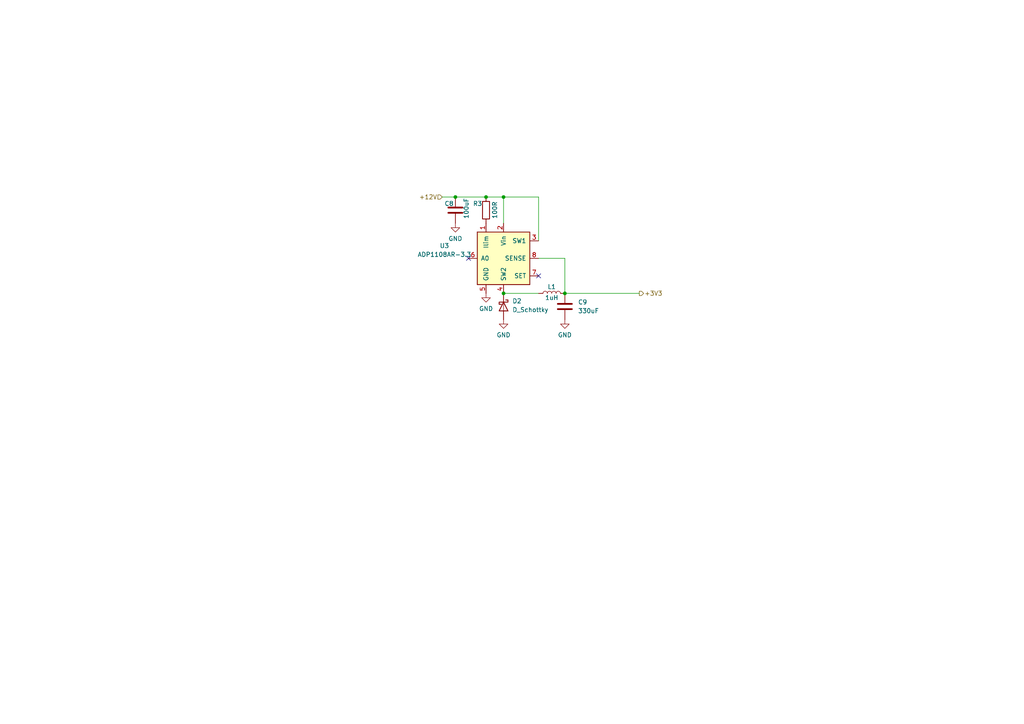
<source format=kicad_sch>
(kicad_sch (version 20231120) (generator "eeschema") (generator_version "8.0")
  (paper "A4")
  (lib_symbols
    (symbol "Device:C" (pin_numbers hide) (pin_names (offset 0.254))
      (property "Reference" "C" (at 0.635 2.54 0))
      (property "Value" "C" (at 0.635 -2.54 0))
      (symbol "C_0_1"
        (polyline (pts (xy -2.032 -0.762) (xy 2.032 -0.762)) (stroke (width 0.508)))
        (polyline (pts (xy -2.032 0.762) (xy 2.032 0.762)) (stroke (width 0.508)))
      )
      (symbol "C_1_1"
        (pin passive line (at 0 3.81 270) (length 2.794) (name "~") (number "1"))
        (pin passive line (at 0 -3.81 90) (length 2.794) (name "~") (number "2"))
      )
    )
    (symbol "Device:D_Schottky" (pin_numbers hide) (pin_names (offset 1.016) hide)
      (property "Reference" "D" (at 0 2.54 0))
      (property "Value" "D_Schottky" (at 0 -2.54 0))
      (symbol "D_Schottky_0_1"
        (polyline (pts (xy 1.27 0) (xy -1.27 0)))
        (polyline (pts (xy 1.27 1.27) (xy 1.27 -1.27) (xy -1.27 0) (xy 1.27 1.27)) (stroke (width 0.254)))
        (polyline (pts (xy -1.905 0.635) (xy -1.905 1.27) (xy -1.27 1.27) (xy -1.27 -1.27) (xy -0.635 -1.27) (xy -0.635 -0.635)) (stroke (width 0.254)))
      )
      (symbol "D_Schottky_1_1"
        (pin passive line (at -3.81 0 0) (length 2.54) (name "K") (number "1"))
        (pin passive line (at 3.81 0 180) (length 2.54) (name "A") (number "2"))
      )
    )
    (symbol "Device:L" (pin_numbers hide) (pin_names (offset 1.016) hide)
      (property "Reference" "L" (at -1.27 0 90))
      (property "Value" "L" (at 1.905 0 90))
      (symbol "L_0_1"
        (arc (start 0 -2.54) (mid 0.6323 -1.905) (end 0 -1.27))
        (arc (start 0 -1.27) (mid 0.6323 -0.635) (end 0 0))
        (arc (start 0 0) (mid 0.6323 0.635) (end 0 1.27))
        (arc (start 0 1.27) (mid 0.6323 1.905) (end 0 2.54))
      )
      (symbol "L_1_1"
        (pin passive line (at 0 3.81 270) (length 1.27) (name "1") (number "1"))
        (pin passive line (at 0 -3.81 90) (length 1.27) (name "2") (number "2"))
      )
    )
    (symbol "Device:R" (pin_numbers hide) (pin_names (offset 0))
      (property "Reference" "R" (at 2.032 0 90))
      (property "Value" "R" (at 0 0 90))
      (symbol "R_0_1"
        (rectangle (start -1.016 -2.54) (end 1.016 2.54) (stroke (width 0.254)))
      )
      (symbol "R_1_1"
        (pin passive line (at 0 3.81 270) (length 1.27) (name "~") (number "1"))
        (pin passive line (at 0 -3.81 90) (length 1.27) (name "~") (number "2"))
      )
    )
    (symbol "Regulator_Switching:ADP1108AR-3.3" (pin_names (offset 1.016))
      (property "Reference" "U" (at 1.27 10.795 0))
      (property "Value" "ADP1108AR-3.3" (at 1.27 8.89 0))
      (symbol "ADP1108AR-3.3_0_1"
        (rectangle (start -7.62 7.62) (end 7.62 -7.62) (stroke (width 0.254)) (fill (type background)))
      )
      (symbol "ADP1108AR-3.3_1_1"
        (pin input line (at -5.08 10.16 270) (length 2.54) (name "Ilim") (number "1"))
        (pin power_in line (at 0 10.16 270) (length 2.54) (name "Vin") (number "2"))
        (pin input line (at 10.16 5.08 180) (length 2.54) (name "SW1") (number "3"))
        (pin input line (at 0 -10.16 90) (length 2.54) (name "SW2") (number "4"))
        (pin power_in line (at -5.08 -10.16 90) (length 2.54) (name "GND") (number "5"))
        (pin output line (at -10.16 0 0) (length 2.54) (name "A0") (number "6"))
        (pin input line (at 10.16 -5.08 180) (length 2.54) (name "SET") (number "7"))
        (pin input line (at 10.16 0 180) (length 2.54) (name "SENSE") (number "8"))
      )
    )
    (symbol "power:GND" (power) (pin_names (offset 0))
      (property "Value" "GND" (at 0 -3.81 0))
      (symbol "GND_0_1"
        (polyline (pts (xy 0 0) (xy 0 -1.27) (xy 1.27 -1.27) (xy 0 -2.54) (xy -1.27 -1.27) (xy 0 -1.27)))
      )
      (symbol "GND_1_1"
        (pin power_in line (at 0 0 270) (length 0) hide (name "GND") (number "1"))
      )
    )
  )
  (junction (at 146.05 85.09))
  (junction (at 163.83 85.09))
  (junction (at 146.05 57.15))
  (junction (at 140.97 57.15))
  (junction (at 132.08 57.15))
  (no_connect (at 135.89 74.93))
  (no_connect (at 156.21 80.01))
  (wire (pts (xy 156.21 74.93) (xy 163.83 74.93)))
  (wire (pts (xy 156.21 69.85) (xy 156.21 57.15)))
  (wire (pts (xy 128.27 57.15) (xy 132.08 57.15)))
  (wire (pts (xy 132.08 57.15) (xy 140.97 57.15)))
  (wire (pts (xy 146.05 64.77) (xy 146.05 57.15)))
  (wire (pts (xy 146.05 57.15) (xy 140.97 57.15)))
  (wire (pts (xy 146.05 85.09) (xy 156.21 85.09)))
  (wire (pts (xy 156.21 57.15) (xy 146.05 57.15)))
  (wire (pts (xy 163.83 74.93) (xy 163.83 85.09)))
  (wire (pts (xy 163.83 85.09) (xy 185.42 85.09)))
  (hierarchical_label "+3V3" (shape output) (at 185.42 85.09 0))
  (hierarchical_label "+12V" (shape input) (at 128.27 57.15 180))
  (symbol (lib_id "power:GND") (at 146.05 92.71 0) (unit 1)
    (property "Reference" "#PWR033" (effects (hide yes)))
    (property "Value" "GND" (at 146.05 97.155 0))
  )
  (symbol (lib_id "Device:R") (at 140.97 60.96 0) (unit 1)
    (property "Reference" "R3" (at 137.16 59.055 0) (effects (justify left)))
    (property "Value" "100R" (at 143.51 63.5 90) (effects (justify left)))
    (property "Footprint" "Resistor_SMD:R_0603_1608Metric" (effects (hide yes)))
  )
  (symbol (lib_id "Device:C") (at 163.83 88.9 0) (unit 1)
    (property "Reference" "C9" (at 167.64 87.63 0) (effects (justify left)))
    (property "Value" "330uF" (at 167.64 90.17 0) (effects (justify left)))
    (property "Footprint" "Capacitor_SMD:C_0603_1608Metric" (effects (hide yes)))
  )
  (symbol (lib_id "Device:D_Schottky") (at 146.05 88.9 270) (unit 1)
    (property "Reference" "D2" (at 148.59 87.3125 90) (effects (justify left)))
    (property "Value" "D_Schottky" (at 148.59 89.8525 90) (effects (justify left)))
    (property "Footprint" "Diode_SMD:D_0402_1005Metric" (effects (hide yes)))
  )
  (symbol (lib_id "power:GND") (at 140.97 85.09 0) (unit 1)
    (property "Reference" "#PWR032" (effects (hide yes)))
    (property "Value" "GND" (at 140.97 89.535 0))
  )
  (symbol (lib_id "Device:C") (at 132.08 60.96 0) (unit 1)
    (property "Reference" "C8" (at 128.905 59.055 0) (effects (justify left)))
    (property "Value" "100uF" (at 135.255 63.5 90) (effects (justify left)))
    (property "Footprint" "Capacitor_SMD:C_0603_1608Metric" (effects (hide yes)))
  )
  (symbol (lib_id "Device:L") (at 160.02 85.09 90) (unit 1)
    (property "Reference" "L1" (at 160.02 83.185 90))
    (property "Value" "1uH" (at 160.02 86.36 90))
    (property "Footprint" "Inductor_SMD:L_0402_1005Metric" (effects (hide yes)))
  )
  (symbol (lib_id "power:GND") (at 132.08 64.77 0) (unit 1)
    (property "Reference" "#PWR031" (effects (hide yes)))
    (property "Value" "GND" (at 132.08 69.215 0))
  )
  (symbol (lib_id "power:GND") (at 163.83 92.71 0) (unit 1)
    (property "Reference" "#PWR034" (effects (hide yes)))
    (property "Value" "GND" (at 163.83 97.155 0))
  )
  (symbol (lib_id "Regulator_Switching:ADP1108AR-3.3") (at 146.05 74.93 0) (unit 1)
    (property "Reference" "U3" (at 128.905 71.2821 0))
    (property "Value" "ADP1108AR-3.3" (at 128.905 73.8221 0))
    (property "Footprint" "Package_SO:SOIC-8_3.9x4.9mm_P1.27mm" (effects (hide yes)))
    (property "Datasheet" "https://www.analog.com/media/en/technical-documentation/data-sheets/ADP1108.pdf" (effects (hide yes)))
  )
)
</source>
